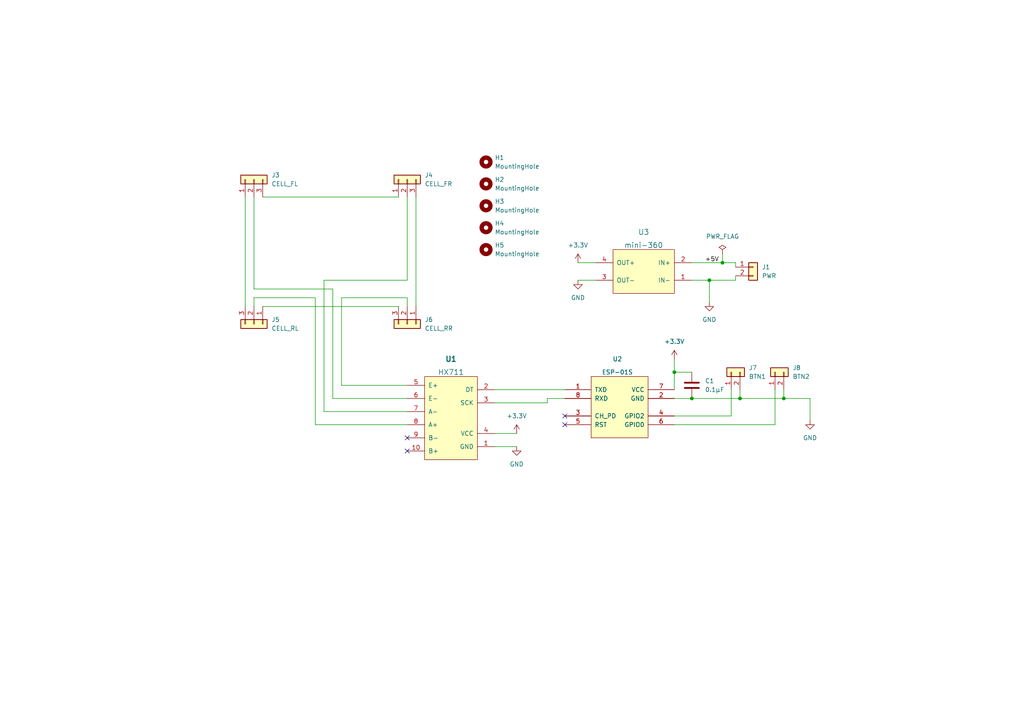
<source format=kicad_sch>
(kicad_sch (version 20230121) (generator eeschema)
  (paper "A4")
  (lib_symbols
    (symbol "!Custom:ESP-01" (pin_names (offset 1))
      (property "Reference" "U" (at -6.985 10.16 0))
      (property "Value" "ESP-01" (at 5.08 10.16 0))
      (symbol "ESP-01_1_0"
        (rectangle (start -7.62 8.89) (end 8.89 -8.89) (fill (type background)))
      )
      (symbol "ESP-01_1_1"
        (pin tri_state line (at -15.24 5.08 0) (length 7.62) (name "TXD") (number "1"))
        (pin power_in line (at 16.51 2.54 180) (length 7.62) (name "GND") (number "2"))
        (pin input line (at -15.24 -2.54 0) (length 7.62) (name "CH_PD") (number "3"))
        (pin tri_state line (at 16.51 -2.54 180) (length 7.62) (name "GPIO2") (number "4"))
        (pin input line (at -15.24 -5.08 0) (length 7.62) (name "RST") (number "5"))
        (pin tri_state line (at 16.51 -5.08 180) (length 7.62) (name "GPIO0") (number "6"))
        (pin power_in line (at 16.51 5.08 180) (length 7.62) (name "VCC") (number "7"))
        (pin tri_state line (at -15.24 2.54 0) (length 7.62) (name "RXD") (number "8"))
      )
    )
    (symbol "!Custom:HX711" (pin_names (offset 1.016))
      (property "Reference" "U" (at -6.985 12.7 0))
      (property "Value" "HX711" (at 3.81 12.7 0))
      (symbol "HX711_0_1"
        (rectangle (start -7.62 11.43) (end 7.62 -12.7) (fill (type background)))
      )
      (symbol "HX711_1_1"
        (pin power_in line (at 12.7 -8.89 180) (length 5.08) (name "GND") (number "1"))
        (pin input line (at -12.7 -10.16 0) (length 5.08) (name "B+") (number "10"))
        (pin bidirectional line (at 12.7 7.62 180) (length 5.08) (name "DT") (number "2"))
        (pin input line (at 12.7 3.81 180) (length 5.08) (name "SCK") (number "3"))
        (pin power_in line (at 12.7 -5.08 180) (length 5.08) (name "VCC") (number "4"))
        (pin output line (at -12.7 8.89 0) (length 5.08) (name "E+") (number "5"))
        (pin output line (at -12.7 5.08 0) (length 5.08) (name "E-") (number "6"))
        (pin input line (at -12.7 1.27 0) (length 5.08) (name "A-") (number "7"))
        (pin input line (at -12.7 -2.54 0) (length 5.08) (name "A+") (number "8"))
        (pin input line (at -12.7 -6.35 0) (length 5.08) (name "B-") (number "9"))
      )
    )
    (symbol "!Custom:mini-360" (pin_names (offset 1.016))
      (property "Reference" "U" (at -8.255 7.62 0))
      (property "Value" "mini-360" (at 3.175 7.62 0))
      (symbol "mini-360_0_1"
        (rectangle (start -8.89 6.35) (end 8.89 -6.35) (fill (type background)))
      )
      (symbol "mini-360_1_1"
        (pin power_in line (at -13.97 -2.54 0) (length 5.08) (name "IN-") (number "1"))
        (pin power_in line (at -13.97 2.54 0) (length 5.08) (name "IN+") (number "2"))
        (pin power_out line (at 13.97 -2.54 180) (length 5.08) (name "OUT-") (number "3"))
        (pin power_out line (at 13.97 2.54 180) (length 5.08) (name "OUT+") (number "4"))
      )
    )
    (symbol "Connector_Generic:Conn_01x02" (pin_names (offset 1.016) hide)
      (property "Reference" "J" (at 0 2.54 0))
      (property "Value" "Conn_01x02" (at 0 -5.08 0))
      (symbol "Conn_01x02_1_1"
        (rectangle (start -1.27 -2.413) (end 0 -2.667) (stroke (width 0.1524)))
        (rectangle (start -1.27 0.127) (end 0 -0.127) (stroke (width 0.1524)))
        (rectangle (start -1.27 1.27) (end 1.27 -3.81) (stroke (width 0.254)) (fill (type background)))
        (pin passive line (at -5.08 0 0) (length 3.81) (name "Pin_1") (number "1"))
        (pin passive line (at -5.08 -2.54 0) (length 3.81) (name "Pin_2") (number "2"))
      )
    )
    (symbol "Connector_Generic:Conn_01x03" (pin_names (offset 1.016) hide)
      (property "Reference" "J" (at 0 5.08 0))
      (property "Value" "Conn_01x03" (at 0 -5.08 0))
      (symbol "Conn_01x03_1_1"
        (rectangle (start -1.27 -2.413) (end 0 -2.667) (stroke (width 0.1524)))
        (rectangle (start -1.27 0.127) (end 0 -0.127) (stroke (width 0.1524)))
        (rectangle (start -1.27 2.667) (end 0 2.413) (stroke (width 0.1524)))
        (rectangle (start -1.27 3.81) (end 1.27 -3.81) (stroke (width 0.254)) (fill (type background)))
        (pin passive line (at -5.08 2.54 0) (length 3.81) (name "Pin_1") (number "1"))
        (pin passive line (at -5.08 0 0) (length 3.81) (name "Pin_2") (number "2"))
        (pin passive line (at -5.08 -2.54 0) (length 3.81) (name "Pin_3") (number "3"))
      )
    )
    (symbol "Device:C" (pin_numbers hide) (pin_names (offset 0.254))
      (property "Reference" "C" (at 0.635 2.54 0))
      (property "Value" "C" (at 0.635 -2.54 0))
      (symbol "C_0_1"
        (polyline (pts (xy -2.032 -0.762) (xy 2.032 -0.762)) (stroke (width 0.508)))
        (polyline (pts (xy -2.032 0.762) (xy 2.032 0.762)) (stroke (width 0.508)))
      )
      (symbol "C_1_1"
        (pin passive line (at 0 3.81 270) (length 2.794) (name "~") (number "1"))
        (pin passive line (at 0 -3.81 90) (length 2.794) (name "~") (number "2"))
      )
    )
    (symbol "Mechanical:MountingHole" (pin_names (offset 1.016))
      (property "Reference" "H" (at 0 5.08 0))
      (property "Value" "MountingHole" (at 0 3.175 0))
      (symbol "MountingHole_0_1"
        (circle (center 0 0) (radius 1.27) (stroke (width 1.27)))
      )
    )
    (symbol "power:+3.3V" (power) (pin_names (offset 0))
      (property "Value" "+3.3V" (at 0 3.556 0))
      (symbol "+3.3V_0_1"
        (polyline (pts (xy -0.762 1.27) (xy 0 2.54)))
        (polyline (pts (xy 0 0) (xy 0 2.54)))
        (polyline (pts (xy 0 2.54) (xy 0.762 1.27)))
      )
      (symbol "+3.3V_1_1"
        (pin power_in line (at 0 0 90) (length 0) hide (name "+3.3V") (number "1"))
      )
    )
    (symbol "power:GND" (power) (pin_names (offset 0))
      (property "Value" "GND" (at 0 -3.81 0))
      (symbol "GND_0_1"
        (polyline (pts (xy 0 0) (xy 0 -1.27) (xy 1.27 -1.27) (xy 0 -2.54) (xy -1.27 -1.27) (xy 0 -1.27)))
      )
      (symbol "GND_1_1"
        (pin power_in line (at 0 0 270) (length 0) hide (name "GND") (number "1"))
      )
    )
    (symbol "power:PWR_FLAG" (power) (pin_numbers hide) (pin_names (offset 0) hide)
      (property "Value" "PWR_FLAG" (at 0 3.81 0))
      (symbol "PWR_FLAG_0_0"
        (pin power_out line (at 0 0 90) (length 0) (name "pwr") (number "1"))
      )
      (symbol "PWR_FLAG_0_1"
        (polyline (pts (xy 0 0) (xy 0 1.27) (xy -1.016 1.905) (xy 0 2.54) (xy 1.016 1.905) (xy 0 1.27)))
      )
    )
  )
  (junction (at 214.63 115.57))
  (junction (at 209.55 76.2))
  (junction (at 227.33 115.57))
  (junction (at 200.66 115.57))
  (junction (at 205.74 81.28))
  (junction (at 195.58 107.95))
  (no_connect (at 118.11 127))
  (no_connect (at 118.11 130.81))
  (no_connect (at 163.83 120.65))
  (no_connect (at 163.83 123.19))
  (wire (pts (xy 213.36 76.2) (xy 213.36 77.47)))
  (wire (pts (xy 195.58 120.65) (xy 212.09 120.65)))
  (wire (pts (xy 96.52 83.82) (xy 73.66 83.82)))
  (wire (pts (xy 118.11 57.15) (xy 118.11 81.28)))
  (wire (pts (xy 118.11 86.36) (xy 99.06 86.36)))
  (wire (pts (xy 120.65 57.15) (xy 120.65 88.9)))
  (wire (pts (xy 93.98 81.28) (xy 93.98 119.38)))
  (wire (pts (xy 158.75 115.57) (xy 163.83 115.57)))
  (wire (pts (xy 227.33 115.57) (xy 234.95 115.57)))
  (wire (pts (xy 200.66 81.28) (xy 205.74 81.28)))
  (wire (pts (xy 167.64 76.2) (xy 172.72 76.2)))
  (wire (pts (xy 213.36 81.28) (xy 213.36 80.01)))
  (wire (pts (xy 143.51 113.03) (xy 163.83 113.03)))
  (wire (pts (xy 195.58 123.19) (xy 224.79 123.19)))
  (wire (pts (xy 143.51 129.54) (xy 149.86 129.54)))
  (wire (pts (xy 143.51 116.84) (xy 158.75 116.84)))
  (wire (pts (xy 91.44 86.36) (xy 73.66 86.36)))
  (wire (pts (xy 214.63 115.57) (xy 227.33 115.57)))
  (wire (pts (xy 195.58 104.14) (xy 195.58 107.95)))
  (wire (pts (xy 200.66 76.2) (xy 209.55 76.2)))
  (wire (pts (xy 91.44 123.19) (xy 91.44 86.36)))
  (wire (pts (xy 224.79 113.03) (xy 224.79 123.19)))
  (wire (pts (xy 76.2 57.15) (xy 115.57 57.15)))
  (wire (pts (xy 73.66 57.15) (xy 73.66 83.82)))
  (wire (pts (xy 118.11 119.38) (xy 93.98 119.38)))
  (wire (pts (xy 118.11 88.9) (xy 118.11 86.36)))
  (wire (pts (xy 205.74 81.28) (xy 205.74 87.63)))
  (wire (pts (xy 195.58 107.95) (xy 195.58 113.03)))
  (wire (pts (xy 195.58 115.57) (xy 200.66 115.57)))
  (wire (pts (xy 214.63 113.03) (xy 214.63 115.57)))
  (wire (pts (xy 99.06 111.76) (xy 118.11 111.76)))
  (wire (pts (xy 195.58 107.95) (xy 200.66 107.95)))
  (wire (pts (xy 99.06 86.36) (xy 99.06 111.76)))
  (wire (pts (xy 143.51 125.73) (xy 149.86 125.73)))
  (wire (pts (xy 71.12 57.15) (xy 71.12 88.9)))
  (wire (pts (xy 76.2 88.9) (xy 115.57 88.9)))
  (wire (pts (xy 73.66 86.36) (xy 73.66 88.9)))
  (wire (pts (xy 118.11 123.19) (xy 91.44 123.19)))
  (wire (pts (xy 200.66 115.57) (xy 214.63 115.57)))
  (wire (pts (xy 209.55 76.2) (xy 213.36 76.2)))
  (wire (pts (xy 234.95 121.92) (xy 234.95 115.57)))
  (wire (pts (xy 227.33 113.03) (xy 227.33 115.57)))
  (wire (pts (xy 205.74 81.28) (xy 213.36 81.28)))
  (wire (pts (xy 93.98 81.28) (xy 118.11 81.28)))
  (wire (pts (xy 158.75 115.57) (xy 158.75 116.84)))
  (wire (pts (xy 209.55 73.66) (xy 209.55 76.2)))
  (wire (pts (xy 96.52 83.82) (xy 96.52 115.57)))
  (wire (pts (xy 167.64 81.28) (xy 172.72 81.28)))
  (wire (pts (xy 118.11 115.57) (xy 96.52 115.57)))
  (wire (pts (xy 212.09 113.03) (xy 212.09 120.65)))
  (label "+5V" (at 204.47 76.2 0))
  (symbol (lib_id "Connector_Generic:Conn_01x02") (at 212.09 107.95 90) (unit 1)
    (property "Reference" "J7" (at 217.17 106.6799 90) (effects (justify right)))
    (property "Value" "BTN1" (at 217.17 109.2199 90) (effects (justify right)))
    (property "Footprint" "Connector_JST:JST_XH_B2B-XH-A_1x02_P2.50mm_Vertical" (effects hide))
  )
  (symbol (lib_id "power:GND") (at 167.64 81.28 0) (unit 1)
    (property "Reference" "#PWR04" (effects hide))
    (property "Value" "GND" (at 167.64 86.36 0))
  )
  (symbol (lib_id "power:GND") (at 234.95 121.92 0) (unit 1)
    (property "Reference" "#PWR0101" (effects hide))
    (property "Value" "GND" (at 234.95 127 0))
  )
  (symbol (lib_id "Connector_Generic:Conn_01x02") (at 218.44 77.47 0) (unit 1)
    (property "Reference" "J1" (at 220.98 77.4699 0) (effects (justify left)))
    (property "Value" "PWR" (at 220.98 80.0099 0) (effects (justify left)))
    (property "Footprint" "Connector_JST:JST_XH_B2B-XH-A_1x02_P2.50mm_Vertical" (effects hide))
  )
  (symbol (lib_id "power:PWR_FLAG") (at 209.55 73.66 0) (unit 1)
    (property "Reference" "#FLG0101" (effects hide))
    (property "Value" "PWR_FLAG" (at 209.55 68.58 0))
  )
  (symbol (lib_id "Mechanical:MountingHole") (at 140.97 46.99 0) (unit 1)
    (property "Reference" "H1" (at 143.51 45.7199 0) (effects (justify left)))
    (property "Value" "MountingHole" (at 143.51 48.2599 0) (effects (justify left)))
    (property "Footprint" "MountingHole:MountingHole_2.2mm_M2" (effects hide))
  )
  (symbol (lib_id "Mechanical:MountingHole") (at 140.97 66.04 0) (unit 1)
    (property "Reference" "H4" (at 143.51 64.7699 0) (effects (justify left)))
    (property "Value" "MountingHole" (at 143.51 67.3099 0) (effects (justify left)))
    (property "Footprint" "MountingHole:MountingHole_2.2mm_M2" (effects hide))
  )
  (symbol (lib_id "power:+3.3V") (at 167.64 76.2 0) (unit 1)
    (property "Reference" "#PWR03" (effects hide))
    (property "Value" "+3.3V" (at 167.64 71.12 0))
  )
  (symbol (lib_id "!Custom:HX711") (at 130.81 120.65 0) (unit 1)
    (property "Reference" "U1" (at 130.81 104.14 0) (effects (font (size 1.524 1.524) bold)))
    (property "Value" "HX711" (at 130.81 107.95 0) (effects (font (size 1.524 1.524))))
    (property "Footprint" "!Custom:HX711" (effects hide))
  )
  (symbol (lib_id "power:+3.3V") (at 195.58 104.14 0) (unit 1)
    (property "Reference" "#PWR0102" (effects hide))
    (property "Value" "+3.3V" (at 195.58 99.06 0))
  )
  (symbol (lib_id "!Custom:ESP-01") (at 179.07 118.11 0) (unit 1)
    (property "Reference" "U2" (at 179.07 104.14 0))
    (property "Value" "ESP-01S" (at 179.07 107.95 0))
    (property "Footprint" "!Custom:ESP-01" (effects hide))
    (property "Datasheet" "https://www.tutos.eu/vault/3506ESP8266_01S_Modul_Datenblatt.pdf" (effects hide))
  )
  (symbol (lib_id "Connector_Generic:Conn_01x03") (at 73.66 93.98 270) (unit 1)
    (property "Reference" "J5" (at 78.74 92.7099 90) (effects (justify left)))
    (property "Value" "CELL_RL" (at 78.74 95.2499 90) (effects (justify left)))
    (property "Footprint" "Connector_JST:JST_XH_B3B-XH-A_1x03_P2.50mm_Vertical" (effects hide))
  )
  (symbol (lib_id "power:+3.3V") (at 149.86 125.73 0) (unit 1)
    (property "Reference" "#PWR01" (effects hide))
    (property "Value" "+3.3V" (at 149.86 120.65 0))
  )
  (symbol (lib_id "Mechanical:MountingHole") (at 140.97 53.34 0) (unit 1)
    (property "Reference" "H2" (at 143.51 52.0699 0) (effects (justify left)))
    (property "Value" "MountingHole" (at 143.51 54.6099 0) (effects (justify left)))
    (property "Footprint" "MountingHole:MountingHole_2.2mm_M2" (effects hide))
  )
  (symbol (lib_id "Connector_Generic:Conn_01x02") (at 224.79 107.95 90) (unit 1)
    (property "Reference" "J8" (at 229.87 106.6799 90) (effects (justify right)))
    (property "Value" "BTN2" (at 229.87 109.2199 90) (effects (justify right)))
    (property "Footprint" "Connector_JST:JST_XH_B2B-XH-A_1x02_P2.50mm_Vertical" (effects hide))
  )
  (symbol (lib_id "power:GND") (at 149.86 129.54 0) (unit 1)
    (property "Reference" "#PWR02" (effects hide))
    (property "Value" "GND" (at 149.86 134.62 0))
  )
  (symbol (lib_id "Connector_Generic:Conn_01x03") (at 118.11 52.07 90) (unit 1)
    (property "Reference" "J4" (at 123.19 50.7999 90) (effects (justify right)))
    (property "Value" "CELL_FR" (at 123.19 53.3399 90) (effects (justify right)))
    (property "Footprint" "Connector_JST:JST_XH_B3B-XH-A_1x03_P2.50mm_Vertical" (effects hide))
  )
  (symbol (lib_id "!Custom:mini-360") (at 186.69 78.74 0) (mirror y) (unit 1)
    (property "Reference" "U3" (at 186.69 67.31 0) (effects (font (size 1.524 1.524))))
    (property "Value" "mini-360" (at 186.69 71.12 0) (effects (font (size 1.524 1.524))))
    (property "Footprint" "!Custom:mini-360" (effects hide))
    (property "Datasheet" "https://www.matts-electronics.com/wp-content/uploads/2018/06/MINI-360.pdf" (effects hide))
  )
  (symbol (lib_id "power:GND") (at 205.74 87.63 0) (unit 1)
    (property "Reference" "#PWR05" (effects hide))
    (property "Value" "GND" (at 205.74 92.71 0))
  )
  (symbol (lib_id "Mechanical:MountingHole") (at 140.97 72.39 0) (unit 1)
    (property "Reference" "H5" (at 143.51 71.1199 0) (effects (justify left)))
    (property "Value" "MountingHole" (at 143.51 73.6599 0) (effects (justify left)))
    (property "Footprint" "MountingHole:MountingHole_2.2mm_M2" (effects hide))
  )
  (symbol (lib_id "Connector_Generic:Conn_01x03") (at 73.66 52.07 90) (unit 1)
    (property "Reference" "J3" (at 78.74 50.7999 90) (effects (justify right)))
    (property "Value" "CELL_FL" (at 78.74 53.3399 90) (effects (justify right)))
    (property "Footprint" "Connector_JST:JST_XH_B3B-XH-A_1x03_P2.50mm_Vertical" (effects hide))
  )
  (symbol (lib_id "Connector_Generic:Conn_01x03") (at 118.11 93.98 270) (unit 1)
    (property "Reference" "J6" (at 123.19 92.7099 90) (effects (justify left)))
    (property "Value" "CELL_RR" (at 123.19 95.2499 90) (effects (justify left)))
    (property "Footprint" "Connector_JST:JST_XH_B3B-XH-A_1x03_P2.50mm_Vertical" (effects hide))
  )
  (symbol (lib_id "Device:C") (at 200.66 111.76 180) (unit 1)
    (property "Reference" "C1" (at 204.47 110.4899 0) (effects (justify right)))
    (property "Value" "0.1μF" (at 204.47 113.0299 0) (effects (justify right)))
    (property "Footprint" "Capacitor_THT:C_Disc_D5.0mm_W2.5mm_P2.50mm" (effects hide))
  )
  (symbol (lib_id "Mechanical:MountingHole") (at 140.97 59.69 0) (unit 1)
    (property "Reference" "H3" (at 143.51 58.4199 0) (effects (justify left)))
    (property "Value" "MountingHole" (at 143.51 60.9599 0) (effects (justify left)))
    (property "Footprint" "MountingHole:MountingHole_2.2mm_M2" (effects hide))
  )
)
</source>
